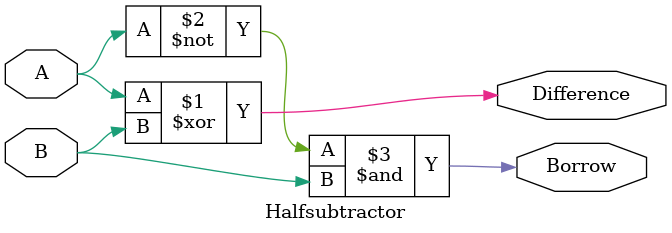
<source format=v>
`timescale 1ns / 1ps



module Halfsubtractor(Difference,Borrow,A,B);
output Difference,Borrow;
input A,B;
xor(Difference,A,B);
assign Borrow=(~A)&B;
endmodule

</source>
